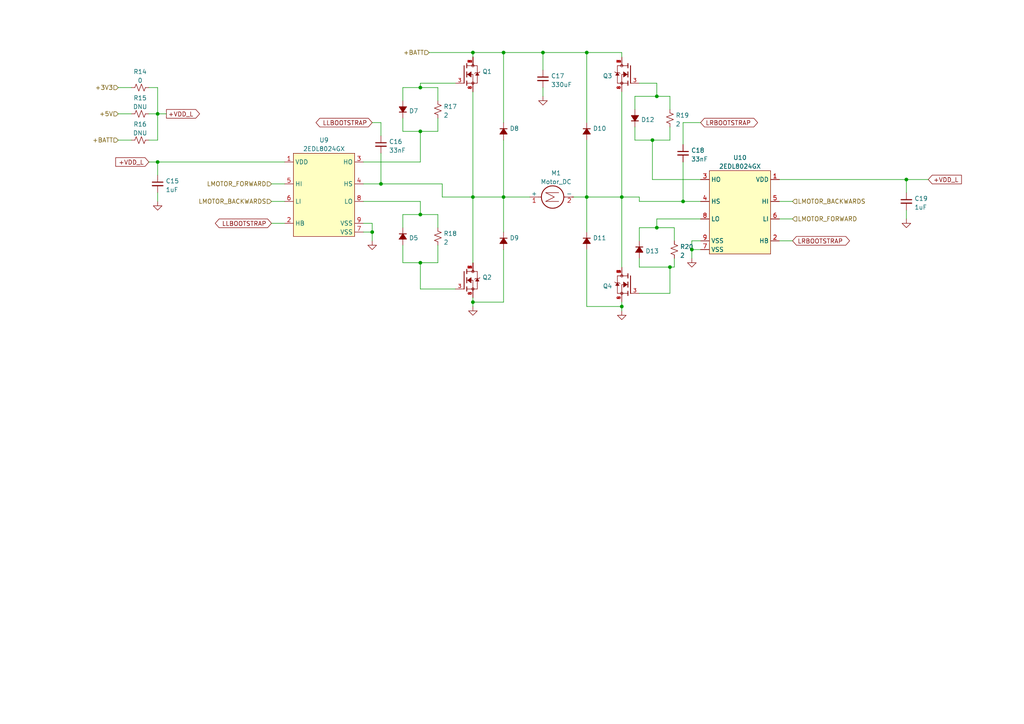
<source format=kicad_sch>
(kicad_sch (version 20211123) (generator eeschema)
  (paper "A4")
  (lib_symbols
    (symbol "Device:C_Small" (pin_numbers hide) (pin_names (offset 0.254) hide)
      (property "Reference" "C" (at 0.254 1.778 0))
      (property "Value" "C_Small" (at 0.254 -2.032 0))
      (symbol "C_Small_0_1"
        (polyline (pts (xy -1.524 -0.508) (xy 1.524 -0.508)) (stroke (width 0.3302)))
        (polyline (pts (xy -1.524 0.508) (xy 1.524 0.508)) (stroke (width 0.3048)))
      )
      (symbol "C_Small_1_1"
        (pin passive line (at 0 2.54 270) (length 2.032) (name "~") (number "1"))
        (pin passive line (at 0 -2.54 90) (length 2.032) (name "~") (number "2"))
      )
    )
    (symbol "Device:D_Small_Filled" (pin_numbers hide) (pin_names (offset 0.254) hide)
      (property "Reference" "D" (at -1.27 2.032 0))
      (property "Value" "D_Small_Filled" (at -3.81 -2.032 0))
      (symbol "D_Small_Filled_0_1"
        (polyline (pts (xy -0.762 -1.016) (xy -0.762 1.016)) (stroke (width 0.254)))
        (polyline (pts (xy -0.762 0) (xy 0.762 0)))
        (polyline (pts (xy 0.762 -1.016) (xy -0.762 0) (xy 0.762 1.016) (xy 0.762 -1.016)) (stroke (width 0.254)) (fill (type outline)))
      )
      (symbol "D_Small_Filled_1_1"
        (pin passive line (at -2.54 0 0) (length 1.778) (name "K") (number "1"))
        (pin passive line (at 2.54 0 180) (length 1.778) (name "A") (number "2"))
      )
    )
    (symbol "Device:R_Small_US" (pin_numbers hide) (pin_names (offset 0.254) hide)
      (property "Reference" "R" (at 0.762 0.508 0))
      (property "Value" "R_Small_US" (at 0.762 -1.016 0))
      (symbol "R_Small_US_1_1"
        (polyline (pts (xy 0 0) (xy 1.016 -0.381) (xy 0 -0.762) (xy -1.016 -1.143) (xy 0 -1.524)))
        (polyline (pts (xy 0 1.524) (xy 1.016 1.143) (xy 0 0.762) (xy -1.016 0.381) (xy 0 0)))
        (pin passive line (at 0 2.54 270) (length 1.016) (name "~") (number "1"))
        (pin passive line (at 0 -2.54 90) (length 1.016) (name "~") (number "2"))
      )
    )
    (symbol "Motor:Motor_DC" (pin_names (offset 0))
      (property "Reference" "M" (at 2.54 2.54 0))
      (property "Value" "Motor_DC" (at 2.54 -5.08 0))
      (symbol "Motor_DC_0_0"
        (polyline (pts (xy -1.27 -3.302) (xy -1.27 0.508) (xy 0 -2.032) (xy 1.27 0.508) (xy 1.27 -3.302)))
      )
      (symbol "Motor_DC_0_1"
        (circle (center 0 -1.524) (radius 3.2512) (stroke (width 0.254)))
        (polyline (pts (xy 0 -7.62) (xy 0 -7.112)))
        (polyline (pts (xy 0 -4.7752) (xy 0 -5.1816)))
        (polyline (pts (xy 0 1.7272) (xy 0 2.0828)))
        (polyline (pts (xy 0 2.032) (xy 0 2.54)))
      )
      (symbol "Motor_DC_1_1"
        (pin passive line (at 0 5.08 270) (length 2.54) (name "+") (number "1"))
        (pin passive line (at 0 -7.62 90) (length 2.54) (name "-") (number "2"))
      )
    )
    (symbol "ProjectSymbols:2EDL8024GX"
      (property "Reference" "U?" (at 1.27 16.51 0))
      (property "Value" "2EDL8024GX" (at 1.27 13.97 0))
      (symbol "2EDL8024GX_0_0"
        (pin power_in line (at -10.16 10.16 0) (length 2.54) (name "VDD") (number "1"))
        (pin output line (at -10.16 -7.62 0) (length 2.54) (name "HB") (number "2"))
        (pin output line (at 12.7 10.16 180) (length 2.54) (name "HO") (number "3"))
        (pin output line (at 12.7 3.81 180) (length 2.54) (name "HS") (number "4"))
        (pin input line (at -10.16 3.81 0) (length 2.54) (name "HI") (number "5"))
        (pin input line (at -10.16 -1.27 0) (length 2.54) (name "LI") (number "6"))
        (pin power_in line (at 12.7 -10.16 180) (length 2.54) (name "VSS") (number "7"))
        (pin output line (at 12.7 -1.27 180) (length 2.54) (name "LO") (number "8"))
        (pin power_in line (at 12.7 -7.62 180) (length 2.54) (name "VSS") (number "9"))
      )
      (symbol "2EDL8024GX_0_1"
        (rectangle (start -7.62 12.7) (end 10.16 -11.43) (fill (type background)))
      )
    )
    (symbol "ProjectSymbols:SSM6K513NU-LF" (pin_names (offset 1.016))
      (property "Reference" "Q" (at 5.08 1.27 0))
      (property "Value" "SSM6K513NU-LF" (at 5.08 -1.27 0))
      (symbol "SSM6K513NU-LF_0_0"
        (polyline (pts (xy 0 2.54) (xy 0 -2.54)) (stroke (width 0.254)))
        (polyline (pts (xy 0.762 -2.54) (xy 0.762 -3.175)) (stroke (width 0.254)))
        (polyline (pts (xy 0.762 -1.905) (xy 0.762 -2.54)) (stroke (width 0.254)))
        (polyline (pts (xy 0.762 0) (xy 0.762 -0.762)) (stroke (width 0.254)))
        (polyline (pts (xy 0.762 0) (xy 2.54 0)) (stroke (width 0.1524)))
        (polyline (pts (xy 0.762 0.762) (xy 0.762 0)) (stroke (width 0.254)))
        (polyline (pts (xy 0.762 2.54) (xy 0.762 1.905)) (stroke (width 0.254)))
        (polyline (pts (xy 0.762 2.54) (xy 3.81 2.54)) (stroke (width 0.1524)))
        (polyline (pts (xy 0.762 3.175) (xy 0.762 2.54)) (stroke (width 0.254)))
        (polyline (pts (xy 2.54 -2.54) (xy 0.762 -2.54)) (stroke (width 0.1524)))
        (polyline (pts (xy 2.54 -2.54) (xy 3.81 -2.54)) (stroke (width 0.1524)))
        (polyline (pts (xy 2.54 0) (xy 2.54 -2.54)) (stroke (width 0.1524)))
        (polyline (pts (xy 3.302 0.508) (xy 3.048 0.254)) (stroke (width 0.1524)))
        (polyline (pts (xy 3.81 0.508) (xy 3.302 0.508)) (stroke (width 0.1524)))
        (polyline (pts (xy 3.81 0.508) (xy 3.81 -2.54)) (stroke (width 0.1524)))
        (polyline (pts (xy 3.81 2.54) (xy 3.81 0.508)) (stroke (width 0.1524)))
        (polyline (pts (xy 4.318 0.508) (xy 3.81 0.508)) (stroke (width 0.1524)))
        (polyline (pts (xy 4.572 0.762) (xy 4.318 0.508)) (stroke (width 0.1524)))
        (polyline (pts (xy 1.016 0) (xy 2.032 0.762) (xy 2.032 -0.762) (xy 1.016 0)) (stroke (width 0.1524)) (fill (type outline)))
        (polyline (pts (xy 3.81 0.508) (xy 3.302 -0.254) (xy 4.318 -0.254) (xy 3.81 0.508)) (stroke (width 0.1524)) (fill (type outline)))
        (circle (center 2.54 -2.54) (radius 0.3592))
        (circle (center 2.54 2.54) (radius 0.3592))
        (pin passive line (at 2.54 5.08 270) (length 2.54) (name "~") (number "1"))
        (pin passive line (at 2.54 5.08 270) (length 2.54) (name "~") (number "2"))
        (pin passive line (at -2.54 -2.54 0) (length 2.54) (name "~") (number "3"))
        (pin passive line (at 2.54 -5.08 90) (length 2.54) (name "~") (number "4"))
        (pin passive line (at 2.54 5.08 270) (length 2.54) (name "~") (number "5"))
        (pin passive line (at 2.54 5.08 270) (length 2.54) (name "~") (number "6"))
        (pin passive line (at 2.54 5.08 270) (length 2.54) (name "~") (number "7"))
        (pin passive line (at 2.54 -5.08 90) (length 2.54) (name "~") (number "8"))
      )
    )
    (symbol "power:GND" (power) (pin_names (offset 0))
      (property "Value" "GND" (at 0 -3.81 0))
      (symbol "GND_0_1"
        (polyline (pts (xy 0 0) (xy 0 -1.27) (xy 1.27 -1.27) (xy 0 -2.54) (xy -1.27 -1.27) (xy 0 -1.27)))
      )
      (symbol "GND_1_1"
        (pin power_in line (at 0 0 270) (length 0) hide (name "GND") (number "1"))
      )
    )
  )
  (junction (at 121.92 62.23))
  (junction (at 146.05 15.24))
  (junction (at 198.12 58.42))
  (junction (at 170.18 15.24))
  (junction (at 137.16 87.63))
  (junction (at 170.18 57.15))
  (junction (at 190.5 66.04))
  (junction (at 189.23 40.64))
  (junction (at 137.16 15.24))
  (junction (at 45.72 33.02))
  (junction (at 137.16 57.15))
  (junction (at 121.92 38.1))
  (junction (at 45.72 46.99))
  (junction (at 180.34 57.15))
  (junction (at 146.05 57.15))
  (junction (at 121.92 76.2))
  (junction (at 200.66 72.39))
  (junction (at 110.49 53.34))
  (junction (at 194.31 77.47))
  (junction (at 121.92 25.4))
  (junction (at 180.34 88.9))
  (junction (at 157.48 15.24))
  (junction (at 190.5 27.94))
  (junction (at 107.95 67.31))
  (junction (at 262.89 52.07))
  (wire (pts (xy 128.27 57.15) (xy 137.16 57.15)))
  (wire (pts (xy 226.06 63.5) (xy 229.87 63.5)))
  (wire (pts (xy 190.5 27.94) (xy 194.31 27.94)))
  (wire (pts (xy 189.23 40.64) (xy 189.23 52.07)))
  (wire (pts (xy 128.27 53.34) (xy 128.27 57.15)))
  (wire (pts (xy 157.48 15.24) (xy 170.18 15.24)))
  (wire (pts (xy 45.72 33.02) (xy 45.72 40.64)))
  (wire (pts (xy 262.89 52.07) (xy 262.89 55.88)))
  (wire (pts (xy 185.42 58.42) (xy 185.42 57.15)))
  (wire (pts (xy 137.16 57.15) (xy 137.16 76.2)))
  (wire (pts (xy 127 29.21) (xy 127 25.4)))
  (wire (pts (xy 146.05 40.64) (xy 146.05 57.15)))
  (wire (pts (xy 194.31 77.47) (xy 195.58 77.47)))
  (wire (pts (xy 127 34.29) (xy 127 38.1)))
  (wire (pts (xy 137.16 15.24) (xy 137.16 16.51)))
  (wire (pts (xy 34.29 40.64) (xy 38.1 40.64)))
  (wire (pts (xy 124.46 15.24) (xy 137.16 15.24)))
  (wire (pts (xy 107.95 35.56) (xy 110.49 35.56)))
  (wire (pts (xy 127 62.23) (xy 127 66.04)))
  (wire (pts (xy 137.16 57.15) (xy 137.16 26.67)))
  (wire (pts (xy 194.31 85.09) (xy 194.31 77.47)))
  (wire (pts (xy 45.72 25.4) (xy 45.72 33.02)))
  (wire (pts (xy 121.92 76.2) (xy 121.92 83.82)))
  (wire (pts (xy 185.42 77.47) (xy 185.42 74.93)))
  (wire (pts (xy 107.95 67.31) (xy 107.95 64.77)))
  (wire (pts (xy 105.41 46.99) (xy 121.92 46.99)))
  (wire (pts (xy 195.58 77.47) (xy 195.58 74.93)))
  (wire (pts (xy 146.05 72.39) (xy 146.05 87.63)))
  (wire (pts (xy 45.72 55.88) (xy 45.72 58.42)))
  (wire (pts (xy 198.12 46.99) (xy 198.12 58.42)))
  (wire (pts (xy 137.16 86.36) (xy 137.16 87.63)))
  (wire (pts (xy 180.34 87.63) (xy 180.34 88.9)))
  (wire (pts (xy 194.31 77.47) (xy 185.42 77.47)))
  (wire (pts (xy 157.48 15.24) (xy 157.48 20.32)))
  (wire (pts (xy 190.5 27.94) (xy 184.15 27.94)))
  (wire (pts (xy 127 76.2) (xy 121.92 76.2)))
  (wire (pts (xy 121.92 83.82) (xy 132.08 83.82)))
  (wire (pts (xy 110.49 53.34) (xy 128.27 53.34)))
  (wire (pts (xy 110.49 35.56) (xy 110.49 39.37)))
  (wire (pts (xy 45.72 46.99) (xy 82.55 46.99)))
  (wire (pts (xy 121.92 25.4) (xy 116.84 25.4)))
  (wire (pts (xy 110.49 44.45) (xy 110.49 53.34)))
  (wire (pts (xy 146.05 87.63) (xy 137.16 87.63)))
  (wire (pts (xy 170.18 88.9) (xy 180.34 88.9)))
  (wire (pts (xy 116.84 38.1) (xy 121.92 38.1)))
  (wire (pts (xy 185.42 66.04) (xy 190.5 66.04)))
  (wire (pts (xy 195.58 66.04) (xy 190.5 66.04)))
  (wire (pts (xy 190.5 63.5) (xy 203.2 63.5)))
  (wire (pts (xy 146.05 15.24) (xy 146.05 35.56)))
  (wire (pts (xy 262.89 60.96) (xy 262.89 63.5)))
  (wire (pts (xy 170.18 57.15) (xy 180.34 57.15)))
  (wire (pts (xy 180.34 15.24) (xy 180.34 16.51)))
  (wire (pts (xy 137.16 87.63) (xy 137.16 88.9)))
  (wire (pts (xy 105.41 58.42) (xy 121.92 58.42)))
  (wire (pts (xy 262.89 52.07) (xy 226.06 52.07)))
  (wire (pts (xy 200.66 72.39) (xy 203.2 72.39)))
  (wire (pts (xy 116.84 29.21) (xy 116.84 25.4)))
  (wire (pts (xy 137.16 15.24) (xy 146.05 15.24)))
  (wire (pts (xy 157.48 25.4) (xy 157.48 27.94)))
  (wire (pts (xy 180.34 88.9) (xy 180.34 90.17)))
  (wire (pts (xy 198.12 58.42) (xy 185.42 58.42)))
  (wire (pts (xy 170.18 57.15) (xy 170.18 67.31)))
  (wire (pts (xy 226.06 58.42) (xy 229.87 58.42)))
  (wire (pts (xy 127 71.12) (xy 127 76.2)))
  (wire (pts (xy 121.92 62.23) (xy 116.84 62.23)))
  (wire (pts (xy 116.84 62.23) (xy 116.84 66.04)))
  (wire (pts (xy 137.16 57.15) (xy 146.05 57.15)))
  (wire (pts (xy 34.29 25.4) (xy 38.1 25.4)))
  (wire (pts (xy 184.15 36.83) (xy 184.15 40.64)))
  (wire (pts (xy 127 25.4) (xy 121.92 25.4)))
  (wire (pts (xy 203.2 58.42) (xy 198.12 58.42)))
  (wire (pts (xy 200.66 72.39) (xy 200.66 69.85)))
  (wire (pts (xy 45.72 46.99) (xy 45.72 50.8)))
  (wire (pts (xy 116.84 76.2) (xy 121.92 76.2)))
  (wire (pts (xy 116.84 34.29) (xy 116.84 38.1)))
  (wire (pts (xy 78.74 58.42) (xy 82.55 58.42)))
  (wire (pts (xy 190.5 66.04) (xy 190.5 63.5)))
  (wire (pts (xy 43.18 33.02) (xy 45.72 33.02)))
  (wire (pts (xy 185.42 24.13) (xy 190.5 24.13)))
  (wire (pts (xy 200.66 69.85) (xy 203.2 69.85)))
  (wire (pts (xy 127 38.1) (xy 121.92 38.1)))
  (wire (pts (xy 185.42 57.15) (xy 180.34 57.15)))
  (wire (pts (xy 43.18 46.99) (xy 45.72 46.99)))
  (wire (pts (xy 43.18 40.64) (xy 45.72 40.64)))
  (wire (pts (xy 116.84 71.12) (xy 116.84 76.2)))
  (wire (pts (xy 121.92 24.13) (xy 132.08 24.13)))
  (wire (pts (xy 185.42 66.04) (xy 185.42 69.85)))
  (wire (pts (xy 146.05 57.15) (xy 146.05 67.31)))
  (wire (pts (xy 189.23 52.07) (xy 203.2 52.07)))
  (wire (pts (xy 78.74 53.34) (xy 82.55 53.34)))
  (wire (pts (xy 121.92 58.42) (xy 121.92 62.23)))
  (wire (pts (xy 200.66 74.93) (xy 200.66 72.39)))
  (wire (pts (xy 190.5 24.13) (xy 190.5 27.94)))
  (wire (pts (xy 78.74 64.77) (xy 82.55 64.77)))
  (wire (pts (xy 170.18 15.24) (xy 170.18 35.56)))
  (wire (pts (xy 170.18 15.24) (xy 180.34 15.24)))
  (wire (pts (xy 184.15 40.64) (xy 189.23 40.64)))
  (wire (pts (xy 45.72 33.02) (xy 48.26 33.02)))
  (wire (pts (xy 121.92 62.23) (xy 127 62.23)))
  (wire (pts (xy 107.95 64.77) (xy 105.41 64.77)))
  (wire (pts (xy 194.31 40.64) (xy 194.31 36.83)))
  (wire (pts (xy 180.34 26.67) (xy 180.34 57.15)))
  (wire (pts (xy 226.06 69.85) (xy 229.87 69.85)))
  (wire (pts (xy 146.05 57.15) (xy 153.67 57.15)))
  (wire (pts (xy 262.89 52.07) (xy 269.24 52.07)))
  (wire (pts (xy 203.2 35.56) (xy 198.12 35.56)))
  (wire (pts (xy 170.18 72.39) (xy 170.18 88.9)))
  (wire (pts (xy 194.31 27.94) (xy 194.31 31.75)))
  (wire (pts (xy 185.42 85.09) (xy 194.31 85.09)))
  (wire (pts (xy 180.34 57.15) (xy 180.34 77.47)))
  (wire (pts (xy 198.12 35.56) (xy 198.12 41.91)))
  (wire (pts (xy 107.95 69.85) (xy 107.95 67.31)))
  (wire (pts (xy 189.23 40.64) (xy 194.31 40.64)))
  (wire (pts (xy 195.58 69.85) (xy 195.58 66.04)))
  (wire (pts (xy 34.29 33.02) (xy 38.1 33.02)))
  (wire (pts (xy 43.18 25.4) (xy 45.72 25.4)))
  (wire (pts (xy 105.41 53.34) (xy 110.49 53.34)))
  (wire (pts (xy 166.37 57.15) (xy 170.18 57.15)))
  (wire (pts (xy 170.18 40.64) (xy 170.18 57.15)))
  (wire (pts (xy 107.95 67.31) (xy 105.41 67.31)))
  (wire (pts (xy 146.05 15.24) (xy 157.48 15.24)))
  (wire (pts (xy 121.92 38.1) (xy 121.92 46.99)))
  (wire (pts (xy 184.15 27.94) (xy 184.15 31.75)))
  (wire (pts (xy 121.92 24.13) (xy 121.92 25.4)))
  (global_label "LLBOOTSTRAP" (shape bidirectional) (at 107.95 35.56 180) (property "Intersheet References" "${INTERSHEET_REFS}" (effects hide)))
  (global_label "LLBOOTSTRAP" (shape bidirectional) (at 78.74 64.77 180) (property "Intersheet References" "${INTERSHEET_REFS}" (effects hide)))
  (global_label "LRBOOTSTRAP" (shape bidirectional) (at 203.2 35.56 0) (property "Intersheet References" "${INTERSHEET_REFS}" (effects hide)))
  (global_label "+VDD_L" (shape output) (at 48.26 33.02 0) (property "Intersheet References" "${INTERSHEET_REFS}" (effects hide)))
  (global_label "+VDD_L" (shape input) (at 269.24 52.07 0) (property "Intersheet References" "${INTERSHEET_REFS}" (effects hide)))
  (global_label "LRBOOTSTRAP" (shape bidirectional) (at 229.87 69.85 0) (property "Intersheet References" "${INTERSHEET_REFS}" (effects hide)))
  (global_label "+VDD_L" (shape input) (at 43.18 46.99 180) (property "Intersheet References" "${INTERSHEET_REFS}" (effects hide)))
  (hierarchical_label "+BATT" (shape input) (at 124.46 15.24 180))
  (hierarchical_label "+BATT" (shape input) (at 34.29 40.64 180))
  (hierarchical_label "LMOTOR_BACKWARDS" (shape input) (at 78.74 58.42 180))
  (hierarchical_label "LMOTOR_FORWARD" (shape input) (at 78.74 53.34 180))
  (hierarchical_label "LMOTOR_BACKWARDS" (shape input) (at 229.87 58.42 0))
  (hierarchical_label "LMOTOR_FORWARD" (shape input) (at 229.87 63.5 0))
  (hierarchical_label "+5V" (shape input) (at 34.29 33.02 180))
  (hierarchical_label "+3V3" (shape input) (at 34.29 25.4 180))
  (symbol (lib_id "power:GND") (at 262.89 63.5 0) (mirror y) (unit 1)
    (property "Reference" "#PWR034" (effects hide))
    (property "Value" "GND" (effects hide))
  )
  (symbol (lib_id "Device:D_Small_Filled") (at 184.15 34.29 90) (unit 1)
    (property "Reference" "D12" (at 185.928 34.7238 90) (effects (justify right)))
    (property "Value" "D_Small_Filled" (effects hide))
    (property "Footprint" "Diode_SMD:D_SOD-323" (effects hide))
    (property "MPN" "NSR0530HT1G" (effects hide))
  )
  (symbol (lib_id "Device:C_Small") (at 45.72 53.34 0) (unit 1)
    (property "Reference" "C15" (at 48.0441 52.5116 0) (effects (justify left)))
    (property "Value" "1uF" (at 48.0441 55.0485 0) (effects (justify left)))
    (property "Footprint" "Capacitor_SMD:C_0402_1005Metric" (effects hide))
    (property "MPN" "CC0402KRX5R8BB105" (effects hide))
  )
  (symbol (lib_id "power:GND") (at 45.72 58.42 0) (unit 1)
    (property "Reference" "#PWR028" (effects hide))
    (property "Value" "GND" (effects hide))
  )
  (symbol (lib_id "ProjectSymbols:SSM6K513NU-LF") (at 182.88 21.59 0) (mirror y) (unit 1)
    (property "Reference" "Q3" (at 177.5968 22.0238 0) (effects (justify left)))
    (property "Value" "SSM6K513NU-LF" (effects hide))
    (property "Footprint" "Footprints:TRANS_SSM6K513NU-LF" (effects hide))
  )
  (symbol (lib_id "power:GND") (at 157.48 27.94 0) (unit 1)
    (property "Reference" "#PWR031" (effects hide))
    (property "Value" "GND" (effects hide))
  )
  (symbol (lib_id "Device:R_Small_US") (at 127 31.75 0) (unit 1)
    (property "Reference" "R17" (at 128.651 30.9153 0) (effects (justify left)))
    (property "Value" "2" (at 128.651 33.4522 0) (effects (justify left)))
    (property "Footprint" "Resistor_SMD:R_0402_1005Metric" (effects hide))
    (property "MPN" "RC0402FR-072RL" (effects hide))
  )
  (symbol (lib_id "Device:C_Small") (at 198.12 44.45 0) (unit 1)
    (property "Reference" "C18" (at 200.4441 43.6216 0) (effects (justify left)))
    (property "Value" "33nF" (at 200.4441 46.1585 0) (effects (justify left)))
    (property "Footprint" "Capacitor_SMD:C_0402_1005Metric" (effects hide))
    (property "MPN" "CC0402KRX7R9BB333" (effects hide))
  )
  (symbol (lib_id "ProjectSymbols:SSM6K513NU-LF") (at 182.88 82.55 0) (mirror y) (unit 1)
    (property "Reference" "Q4" (at 177.5968 82.9838 0) (effects (justify left)))
    (property "Value" "SSM6K513NU-LF" (effects hide))
    (property "Footprint" "Footprints:TRANS_SSM6K513NU-LF" (effects hide))
  )
  (symbol (lib_id "power:GND") (at 180.34 90.17 0) (mirror y) (unit 1)
    (property "Reference" "#PWR032" (effects hide))
    (property "Value" "GND" (effects hide))
  )
  (symbol (lib_id "Device:D_Small_Filled") (at 146.05 69.85 270) (unit 1)
    (property "Reference" "D9" (at 147.828 69.0153 90) (effects (justify left)))
    (property "Value" "D_Small_Filled" (effects hide))
    (property "Footprint" "Footprints:TO-277B" (effects hide))
    (property "MPN" "MBR1560S" (effects hide))
  )
  (symbol (lib_id "ProjectSymbols:SSM6K513NU-LF") (at 134.62 21.59 0) (unit 1)
    (property "Reference" "Q1" (at 139.9032 20.7553 0) (effects (justify left)))
    (property "Value" "SSM6K513NU-LF" (effects hide))
    (property "Footprint" "Footprints:TRANS_SSM6K513NU-LF" (effects hide))
  )
  (symbol (lib_id "Device:C_Small") (at 110.49 41.91 0) (unit 1)
    (property "Reference" "C16" (at 112.8141 41.0816 0) (effects (justify left)))
    (property "Value" "33nF" (at 112.8141 43.6185 0) (effects (justify left)))
    (property "Footprint" "Capacitor_SMD:C_0402_1005Metric" (effects hide))
    (property "MPN" "CC0402KRX7R9BB333" (effects hide))
  )
  (symbol (lib_id "Device:R_Small_US") (at 40.64 33.02 90) (unit 1)
    (property "Reference" "R15" (at 40.64 28.4312 90))
    (property "Value" "DNU" (at 40.64 30.9681 90))
    (property "Footprint" "Resistor_SMD:R_0402_1005Metric" (effects hide))
    (property "MPN" "RC0402JR-0710KL" (effects hide))
  )
  (symbol (lib_id "Motor:Motor_DC") (at 158.75 57.15 90) (unit 1)
    (property "Reference" "M1" (at 161.29 50.199 90))
    (property "Value" "Motor_DC" (at 161.29 52.7359 90))
    (property "Footprint" "Connector_PinHeader_2.54mm:PinHeader_1x02_P2.54mm_Vertical" (effects hide))
  )
  (symbol (lib_id "Device:R_Small_US") (at 127 68.58 0) (unit 1)
    (property "Reference" "R18" (at 128.651 67.7453 0) (effects (justify left)))
    (property "Value" "2" (at 128.651 70.2822 0) (effects (justify left)))
    (property "Footprint" "Resistor_SMD:R_0402_1005Metric" (effects hide))
    (property "MPN" "RC0402FR-072RL" (effects hide))
  )
  (symbol (lib_id "Device:C_Small") (at 262.89 58.42 0) (unit 1)
    (property "Reference" "C19" (at 265.2141 57.5916 0) (effects (justify left)))
    (property "Value" "1uF" (at 265.2141 60.1285 0) (effects (justify left)))
    (property "Footprint" "Capacitor_SMD:C_0402_1005Metric" (effects hide))
    (property "MPN" "CC0402KRX5R8BB105" (effects hide))
  )
  (symbol (lib_id "ProjectSymbols:2EDL8024GX") (at 215.9 62.23 0) (mirror y) (unit 1)
    (property "Reference" "U10" (at 214.63 45.72 0))
    (property "Value" "2EDL8024GX" (at 214.63 48.26 0))
    (property "Footprint" "Package_DFN_QFN:DFN-8-1EP_4x4mm_P0.8mm_EP2.3x3.24mm" (effects hide))
    (property "MPN" "2EDL8024GX" (effects hide))
  )
  (symbol (lib_id "Device:R_Small_US") (at 194.31 34.29 0) (unit 1)
    (property "Reference" "R19" (at 195.961 33.4553 0) (effects (justify left)))
    (property "Value" "2" (at 195.961 35.9922 0) (effects (justify left)))
    (property "Footprint" "Resistor_SMD:R_0402_1005Metric" (effects hide))
    (property "MPN" "RC0402FR-072RL" (effects hide))
  )
  (symbol (lib_id "Device:R_Small_US") (at 195.58 72.39 0) (unit 1)
    (property "Reference" "R20" (at 197.231 71.5553 0) (effects (justify left)))
    (property "Value" "2" (at 197.231 74.0922 0) (effects (justify left)))
    (property "Footprint" "Resistor_SMD:R_0402_1005Metric" (effects hide))
    (property "MPN" "RC0402FR-072RL" (effects hide))
  )
  (symbol (lib_id "Device:D_Small_Filled") (at 116.84 31.75 90) (unit 1)
    (property "Reference" "D7" (at 118.618 32.1838 90) (effects (justify right)))
    (property "Value" "D_Small_Filled" (effects hide))
    (property "Footprint" "Diode_SMD:D_SOD-323" (effects hide))
    (property "MPN" "NSR0530HT1G" (effects hide))
  )
  (symbol (lib_id "Device:D_Small_Filled") (at 146.05 38.1 270) (unit 1)
    (property "Reference" "D8" (at 147.828 37.2653 90) (effects (justify left)))
    (property "Value" "D_Small_Filled" (effects hide))
    (property "Footprint" "Footprints:TO-277B" (effects hide))
    (property "MPN" "MBR1560S" (effects hide))
  )
  (symbol (lib_id "ProjectSymbols:2EDL8024GX") (at 92.71 57.15 0) (unit 1)
    (property "Reference" "U9" (at 93.98 40.64 0))
    (property "Value" "2EDL8024GX" (at 93.98 43.18 0))
    (property "Footprint" "Package_DFN_QFN:DFN-8-1EP_4x4mm_P0.8mm_EP2.3x3.24mm" (effects hide))
    (property "MPN" "2EDL8024GX" (effects hide))
  )
  (symbol (lib_id "Device:R_Small_US") (at 40.64 40.64 90) (unit 1)
    (property "Reference" "R16" (at 40.64 36.0512 90))
    (property "Value" "DNU" (at 40.64 38.5881 90))
    (property "Footprint" "Resistor_SMD:R_0402_1005Metric" (effects hide))
    (property "MPN" "RC0402JR-0710KL" (effects hide))
  )
  (symbol (lib_id "Device:R_Small_US") (at 40.64 25.4 90) (unit 1)
    (property "Reference" "R14" (at 40.64 20.8112 90))
    (property "Value" "0" (at 40.64 23.3481 90))
    (property "Footprint" "Resistor_SMD:R_0402_1005Metric" (effects hide))
    (property "MPN" "RC0402JR-070RL" (effects hide))
  )
  (symbol (lib_id "Device:D_Small_Filled") (at 170.18 38.1 270) (unit 1)
    (property "Reference" "D10" (at 171.958 37.2653 90) (effects (justify left)))
    (property "Value" "D_Small_Filled" (effects hide))
    (property "Footprint" "Footprints:TO-277B" (effects hide))
    (property "MPN" "MBR1560S" (effects hide))
  )
  (symbol (lib_id "power:GND") (at 107.95 69.85 0) (unit 1)
    (property "Reference" "#PWR029" (effects hide))
    (property "Value" "GND" (effects hide))
  )
  (symbol (lib_id "Device:C_Small") (at 157.48 22.86 0) (unit 1)
    (property "Reference" "C17" (at 159.8041 22.0316 0) (effects (justify left)))
    (property "Value" "330uF" (at 159.8041 24.5685 0) (effects (justify left)))
    (property "Footprint" "Connector_PinHeader_2.54mm:PinHeader_1x02_P2.54mm_Vertical" (effects hide))
  )
  (symbol (lib_id "power:GND") (at 137.16 88.9 0) (mirror y) (unit 1)
    (property "Reference" "#PWR030" (effects hide))
    (property "Value" "GND" (effects hide))
  )
  (symbol (lib_id "ProjectSymbols:SSM6K513NU-LF") (at 134.62 81.28 0) (unit 1)
    (property "Reference" "Q2" (at 139.9032 80.4453 0) (effects (justify left)))
    (property "Value" "SSM6K513NU-LF" (effects hide))
    (property "Footprint" "Footprints:TRANS_SSM6K513NU-LF" (effects hide))
  )
  (symbol (lib_id "Device:D_Small_Filled") (at 185.42 72.39 270) (unit 1)
    (property "Reference" "D13" (at 187.198 72.8238 90) (effects (justify left)))
    (property "Value" "D_Small_Filled" (effects hide))
    (property "Footprint" "Diode_SMD:D_SOD-323" (effects hide))
    (property "MPN" "NSR0530HT1G" (effects hide))
  )
  (symbol (lib_id "Device:D_Small_Filled") (at 116.84 68.58 270) (unit 1)
    (property "Reference" "D5" (at 118.618 69.0138 90) (effects (justify left)))
    (property "Value" "D_Small_Filled" (effects hide))
    (property "Footprint" "Diode_SMD:D_SOD-323" (effects hide))
    (property "MPN" "NSR0530HT1G" (effects hide))
  )
  (symbol (lib_id "Device:D_Small_Filled") (at 170.18 69.85 270) (unit 1)
    (property "Reference" "D11" (at 171.958 69.0153 90) (effects (justify left)))
    (property "Value" "D_Small_Filled" (effects hide))
    (property "Footprint" "Footprints:TO-277B" (effects hide))
    (property "MPN" "MBR1560S" (effects hide))
  )
  (symbol (lib_id "power:GND") (at 200.66 74.93 0) (mirror y) (unit 1)
    (property "Reference" "#PWR033" (effects hide))
    (property "Value" "GND" (effects hide))
  )
)
</source>
